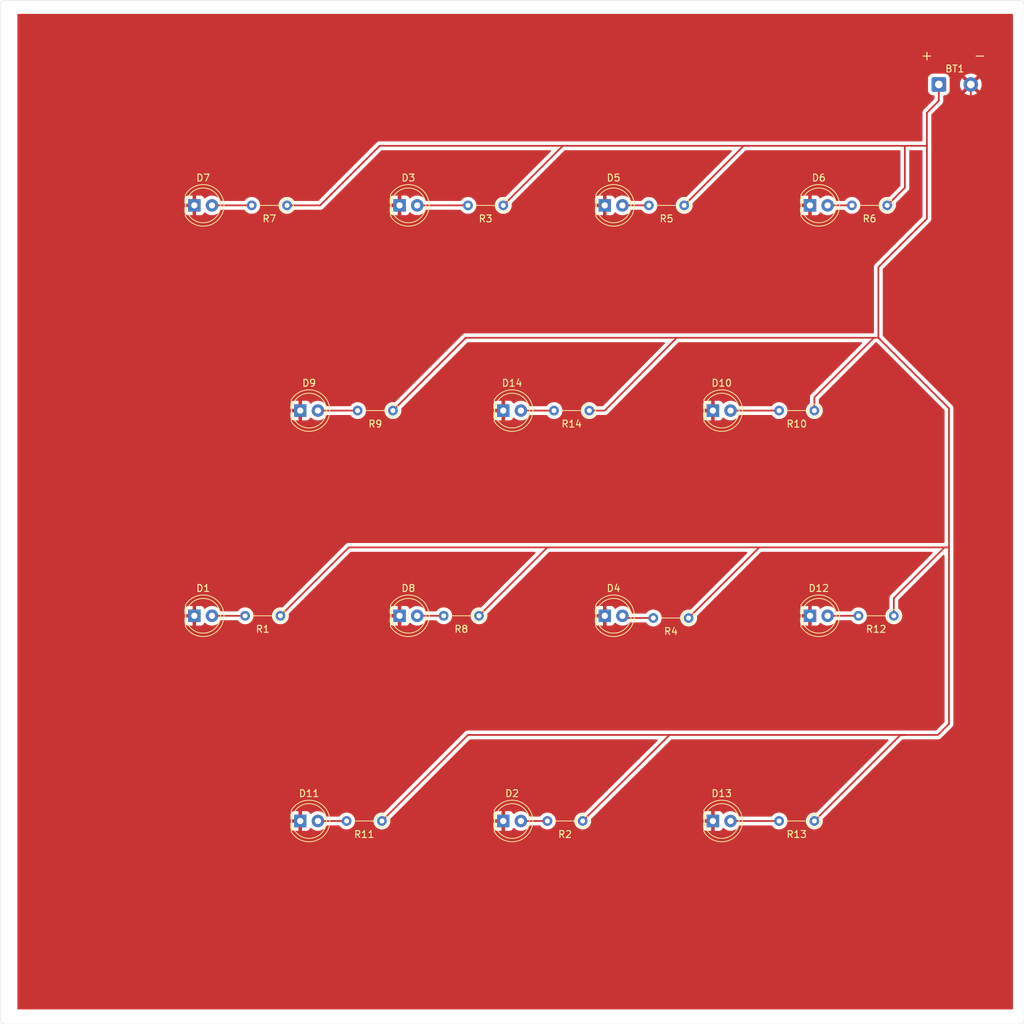
<source format=kicad_pcb>
(kicad_pcb (version 20210108) (generator pcbnew)
  (layers (0 "F.Cu" signal) (31 "B.Cu" signal) (34 "B.Paste" user) (35 "F.Paste" user) (36 "B.SilkS" user "B.Silkscreen") (37 "F.SilkS" user "F.Silkscreen") (38 "B.Mask" user) (39 "F.Mask" user) (44 "Edge.Cuts" user))
  (net 0 "")
  (net 1 "GND")
  (net 2 "+5V")
  (net 3 "Net-(D1-Pad2)")
  (net 4 "Net-(D2-Pad2)")
  (net 5 "Net-(D3-Pad2)")
  (net 6 "Net-(D4-Pad2)")
  (net 7 "Net-(D5-Pad2)")
  (net 8 "Net-(D6-Pad2)")
  (net 9 "Net-(D7-Pad2)")
  (net 10 "Net-(D8-Pad2)")
  (net 11 "Net-(D9-Pad2)")
  (net 12 "Net-(D10-Pad2)")
  (net 13 "Net-(D11-Pad2)")
  (net 14 "Net-(D12-Pad2)")
  (net 15 "Net-(D13-Pad2)")
  (net 16 "Net-(D14-Pad2)")
  (footprint "Resistor_THT:R_Axial_DIN0204_L3.6mm_D1.6mm_P5.08mm_Vertical" (layer "F.Cu") (at 62.23 118.11 180)
    (fp_text reference "R1" (at 2.54 -1.92) (layer "F.SilkS"))
    (fp_text value "24")
    (fp_line (start 0.92 0) (end 4.08 0) (layer "F.SilkS") (width 0.12))
    (fp_circle (center 0 0) (end 0.92 0) (layer "F.SilkS") (width 0.12) (fill none))
    (pad "1" thru_hole circle (at 0 0 180) (size 1.4 1.4) (drill 0.7) (layers *.Cu *.Mask) (net 2 "+5V"))
    (pad "2" thru_hole oval (at 5.08 0 180) (size 1.4 1.4) (drill 0.7) (layers *.Cu *.Mask) (net 3 "Net-(D1-Pad2)"))
  )
  (footprint "Resistor_THT:R_Axial_DIN0204_L3.6mm_D1.6mm_P5.08mm_Vertical" (layer "F.Cu") (at 120.3325 59.055 180)
    (fp_text reference "R5" (at 2.54 -1.92) (layer "F.SilkS"))
    (fp_text value "24")
    (fp_line (start 0.92 0) (end 4.08 0) (layer "F.SilkS") (width 0.12))
    (fp_circle (center 0 0) (end 0.92 0) (layer "F.SilkS") (width 0.12) (fill none))
    (pad "1" thru_hole circle (at 0 0 180) (size 1.4 1.4) (drill 0.7) (layers *.Cu *.Mask) (net 2 "+5V"))
    (pad "2" thru_hole oval (at 5.08 0 180) (size 1.4 1.4) (drill 0.7) (layers *.Cu *.Mask) (net 7 "Net-(D5-Pad2)"))
  )
  (footprint "LED_THT:LED_D5.0mm_Clear" (layer "F.Cu") (at 124.46 147.6375)
    (fp_text reference "D13" (at 1.27 -3.96) (layer "F.SilkS"))
    (fp_text value "LED")
    (fp_line (start -1.29 -1.545) (end -1.29 1.545) (layer "F.SilkS") (width 0.12))
    (fp_arc (start 1.27 0) (end -1.29 1.54483) (angle -148.9) (layer "F.SilkS") (width 0.12))
    (fp_arc (start 1.27 0) (end -1.29 -1.54483) (angle 148.9) (layer "F.SilkS") (width 0.12))
    (fp_circle (center 1.27 0) (end 3.77 0) (layer "F.SilkS") (width 0.12) (fill none))
    (pad "1" thru_hole rect (at 0 0) (size 1.8 1.8) (drill 0.9) (layers *.Cu *.Mask) (net 1 "GND"))
    (pad "2" thru_hole circle (at 2.54 0) (size 1.8 1.8) (drill 0.9) (layers *.Cu *.Mask) (net 15 "Net-(D13-Pad2)"))
  )
  (footprint "Resistor_THT:R_Axial_DIN0204_L3.6mm_D1.6mm_P5.08mm_Vertical" (layer "F.Cu") (at 149.5425 59.055 180)
    (fp_text reference "R6" (at 2.54 -1.92) (layer "F.SilkS"))
    (fp_text value "24")
    (fp_line (start 0.92 0) (end 4.08 0) (layer "F.SilkS") (width 0.12))
    (fp_circle (center 0 0) (end 0.92 0) (layer "F.SilkS") (width 0.12) (fill none))
    (pad "1" thru_hole circle (at 0 0 180) (size 1.4 1.4) (drill 0.7) (layers *.Cu *.Mask) (net 2 "+5V"))
    (pad "2" thru_hole oval (at 5.08 0 180) (size 1.4 1.4) (drill 0.7) (layers *.Cu *.Mask) (net 8 "Net-(D6-Pad2)"))
  )
  (footprint "LED_THT:LED_D5.0mm_Clear" (layer "F.Cu") (at 124.46 88.5825)
    (fp_text reference "D10" (at 1.27 -3.96) (layer "F.SilkS"))
    (fp_text value "LED")
    (fp_line (start -1.29 -1.545) (end -1.29 1.545) (layer "F.SilkS") (width 0.12))
    (fp_arc (start 1.27 0) (end -1.29 1.54483) (angle -148.9) (layer "F.SilkS") (width 0.12))
    (fp_arc (start 1.27 0) (end -1.29 -1.54483) (angle 148.9) (layer "F.SilkS") (width 0.12))
    (fp_circle (center 1.27 0) (end 3.77 0) (layer "F.SilkS") (width 0.12) (fill none))
    (pad "1" thru_hole rect (at 0 0) (size 1.8 1.8) (drill 0.9) (layers *.Cu *.Mask) (net 1 "GND"))
    (pad "2" thru_hole circle (at 2.54 0) (size 1.8 1.8) (drill 0.9) (layers *.Cu *.Mask) (net 12 "Net-(D10-Pad2)"))
  )
  (footprint "LED_THT:LED_D5.0mm_Clear" (layer "F.Cu") (at 94.2975 147.6375)
    (fp_text reference "D2" (at 1.27 -3.96) (layer "F.SilkS"))
    (fp_text value "LED")
    (fp_line (start -1.29 -1.545) (end -1.29 1.545) (layer "F.SilkS") (width 0.12))
    (fp_arc (start 1.27 0) (end -1.29 -1.54483) (angle 148.9) (layer "F.SilkS") (width 0.12))
    (fp_arc (start 1.27 0) (end -1.29 1.54483) (angle -148.9) (layer "F.SilkS") (width 0.12))
    (fp_circle (center 1.27 0) (end 3.77 0) (layer "F.SilkS") (width 0.12) (fill none))
    (pad "1" thru_hole rect (at 0 0) (size 1.8 1.8) (drill 0.9) (layers *.Cu *.Mask) (net 1 "GND"))
    (pad "2" thru_hole circle (at 2.54 0) (size 1.8 1.8) (drill 0.9) (layers *.Cu *.Mask) (net 4 "Net-(D2-Pad2)"))
  )
  (footprint "LED_THT:LED_D5.0mm_Clear" (layer "F.Cu") (at 108.9025 59.055)
    (fp_text reference "D5" (at 1.27 -3.96) (layer "F.SilkS"))
    (fp_text value "LED")
    (fp_line (start -1.29 -1.545) (end -1.29 1.545) (layer "F.SilkS") (width 0.12))
    (fp_arc (start 1.27 0) (end -1.29 1.54483) (angle -148.9) (layer "F.SilkS") (width 0.12))
    (fp_arc (start 1.27 0) (end -1.29 -1.54483) (angle 148.9) (layer "F.SilkS") (width 0.12))
    (fp_circle (center 1.27 0) (end 3.77 0) (layer "F.SilkS") (width 0.12) (fill none))
    (pad "1" thru_hole rect (at 0 0) (size 1.8 1.8) (drill 0.9) (layers *.Cu *.Mask) (net 1 "GND"))
    (pad "2" thru_hole circle (at 2.54 0) (size 1.8 1.8) (drill 0.9) (layers *.Cu *.Mask) (net 7 "Net-(D5-Pad2)"))
  )
  (footprint "Resistor_THT:R_Axial_DIN0204_L3.6mm_D1.6mm_P5.08mm_Vertical" (layer "F.Cu") (at 106.68 88.5825 180)
    (fp_text reference "R14" (at 2.54 -1.92) (layer "F.SilkS"))
    (fp_text value "24")
    (fp_line (start 0.92 0) (end 4.08 0) (layer "F.SilkS") (width 0.12))
    (fp_circle (center 0 0) (end 0.92 0) (layer "F.SilkS") (width 0.12) (fill none))
    (pad "1" thru_hole circle (at 0 0 180) (size 1.4 1.4) (drill 0.7) (layers *.Cu *.Mask) (net 2 "+5V"))
    (pad "2" thru_hole oval (at 5.08 0 180) (size 1.4 1.4) (drill 0.7) (layers *.Cu *.Mask) (net 16 "Net-(D14-Pad2)"))
  )
  (footprint "Resistor_THT:R_Axial_DIN0204_L3.6mm_D1.6mm_P5.08mm_Vertical" (layer "F.Cu") (at 90.805 118.11 180)
    (fp_text reference "R8" (at 2.54 -1.92) (layer "F.SilkS"))
    (fp_text value "24")
    (fp_line (start 0.92 0) (end 4.08 0) (layer "F.SilkS") (width 0.12))
    (fp_circle (center 0 0) (end 0.92 0) (layer "F.SilkS") (width 0.12) (fill none))
    (pad "1" thru_hole circle (at 0 0 180) (size 1.4 1.4) (drill 0.7) (layers *.Cu *.Mask) (net 2 "+5V"))
    (pad "2" thru_hole oval (at 5.08 0 180) (size 1.4 1.4) (drill 0.7) (layers *.Cu *.Mask) (net 10 "Net-(D8-Pad2)"))
  )
  (footprint "LED_THT:LED_D5.0mm_Clear" (layer "F.Cu") (at 65.0875 88.5825)
    (fp_text reference "D9" (at 1.27 -3.96) (layer "F.SilkS"))
    (fp_text value "LED")
    (fp_line (start -1.29 -1.545) (end -1.29 1.545) (layer "F.SilkS") (width 0.12))
    (fp_arc (start 1.27 0) (end -1.29 1.54483) (angle -148.9) (layer "F.SilkS") (width 0.12))
    (fp_arc (start 1.27 0) (end -1.29 -1.54483) (angle 148.9) (layer "F.SilkS") (width 0.12))
    (fp_circle (center 1.27 0) (end 3.77 0) (layer "F.SilkS") (width 0.12) (fill none))
    (pad "1" thru_hole rect (at 0 0) (size 1.8 1.8) (drill 0.9) (layers *.Cu *.Mask) (net 1 "GND"))
    (pad "2" thru_hole circle (at 2.54 0) (size 1.8 1.8) (drill 0.9) (layers *.Cu *.Mask) (net 11 "Net-(D9-Pad2)"))
  )
  (footprint "Resistor_THT:R_Axial_DIN0204_L3.6mm_D1.6mm_P5.08mm_Vertical" (layer "F.Cu") (at 150.495 118.11 180)
    (fp_text reference "R12" (at 2.54 -1.92) (layer "F.SilkS"))
    (fp_text value "24")
    (fp_line (start 0.92 0) (end 4.08 0) (layer "F.SilkS") (width 0.12))
    (fp_circle (center 0 0) (end 0.92 0) (layer "F.SilkS") (width 0.12) (fill none))
    (pad "1" thru_hole circle (at 0 0 180) (size 1.4 1.4) (drill 0.7) (layers *.Cu *.Mask) (net 2 "+5V"))
    (pad "2" thru_hole oval (at 5.08 0 180) (size 1.4 1.4) (drill 0.7) (layers *.Cu *.Mask) (net 14 "Net-(D12-Pad2)"))
  )
  (footprint "LED_THT:LED_D5.0mm_Clear" (layer "F.Cu") (at 108.9025 118.11)
    (fp_text reference "D4" (at 1.27 -3.96) (layer "F.SilkS"))
    (fp_text value "LED")
    (fp_line (start -1.29 -1.545) (end -1.29 1.545) (layer "F.SilkS") (width 0.12))
    (fp_arc (start 1.27 0) (end -1.29 1.54483) (angle -148.9) (layer "F.SilkS") (width 0.12))
    (fp_arc (start 1.27 0) (end -1.29 -1.54483) (angle 148.9) (layer "F.SilkS") (width 0.12))
    (fp_circle (center 1.27 0) (end 3.77 0) (layer "F.SilkS") (width 0.12) (fill none))
    (pad "1" thru_hole rect (at 0 0) (size 1.8 1.8) (drill 0.9) (layers *.Cu *.Mask) (net 1 "GND"))
    (pad "2" thru_hole circle (at 2.54 0) (size 1.8 1.8) (drill 0.9) (layers *.Cu *.Mask) (net 6 "Net-(D4-Pad2)"))
  )
  (footprint "LED_THT:LED_D5.0mm_Clear" (layer "F.Cu") (at 49.8475 118.11)
    (fp_text reference "D1" (at 1.27 -3.96) (layer "F.SilkS"))
    (fp_text value "LED")
    (fp_line (start -1.29 -1.545) (end -1.29 1.545) (layer "F.SilkS") (width 0.12))
    (fp_arc (start 1.27 0) (end -1.29 -1.54483) (angle 148.9) (layer "F.SilkS") (width 0.12))
    (fp_arc (start 1.27 0) (end -1.29 1.54483) (angle -148.9) (layer "F.SilkS") (width 0.12))
    (fp_circle (center 1.27 0) (end 3.77 0) (layer "F.SilkS") (width 0.12) (fill none))
    (pad "1" thru_hole rect (at 0 0) (size 1.8 1.8) (drill 0.9) (layers *.Cu *.Mask) (net 1 "GND"))
    (pad "2" thru_hole circle (at 2.54 0) (size 1.8 1.8) (drill 0.9) (layers *.Cu *.Mask) (net 3 "Net-(D1-Pad2)"))
  )
  (footprint "Resistor_THT:R_Axial_DIN0204_L3.6mm_D1.6mm_P5.08mm_Vertical" (layer "F.Cu") (at 94.2975 59.055 180)
    (fp_text reference "R3" (at 2.54 -1.92) (layer "F.SilkS"))
    (fp_text value "24")
    (fp_line (start 0.92 0) (end 4.08 0) (layer "F.SilkS") (width 0.12))
    (fp_circle (center 0 0) (end 0.92 0) (layer "F.SilkS") (width 0.12) (fill none))
    (pad "1" thru_hole circle (at 0 0 180) (size 1.4 1.4) (drill 0.7) (layers *.Cu *.Mask) (net 2 "+5V"))
    (pad "2" thru_hole oval (at 5.08 0 180) (size 1.4 1.4) (drill 0.7) (layers *.Cu *.Mask) (net 5 "Net-(D3-Pad2)"))
  )
  (footprint "LED_THT:LED_D5.0mm_Clear" (layer "F.Cu") (at 49.8475 59.055)
    (fp_text reference "D7" (at 1.27 -3.96) (layer "F.SilkS"))
    (fp_text value "LED")
    (fp_line (start -1.29 -1.545) (end -1.29 1.545) (layer "F.SilkS") (width 0.12))
    (fp_arc (start 1.27 0) (end -1.29 -1.54483) (angle 148.9) (layer "F.SilkS") (width 0.12))
    (fp_arc (start 1.27 0) (end -1.29 1.54483) (angle -148.9) (layer "F.SilkS") (width 0.12))
    (fp_circle (center 1.27 0) (end 3.77 0) (layer "F.SilkS") (width 0.12) (fill none))
    (pad "1" thru_hole rect (at 0 0) (size 1.8 1.8) (drill 0.9) (layers *.Cu *.Mask) (net 1 "GND"))
    (pad "2" thru_hole circle (at 2.54 0) (size 1.8 1.8) (drill 0.9) (layers *.Cu *.Mask) (net 9 "Net-(D7-Pad2)"))
  )
  (footprint "Resistor_THT:R_Axial_DIN0204_L3.6mm_D1.6mm_P5.08mm_Vertical" (layer "F.Cu") (at 139.065 147.6375 180)
    (fp_text reference "R13" (at 2.54 -1.92) (layer "F.SilkS"))
    (fp_text value "24")
    (fp_line (start 0.92 0) (end 4.08 0) (layer "F.SilkS") (width 0.12))
    (fp_circle (center 0 0) (end 0.92 0) (layer "F.SilkS") (width 0.12) (fill none))
    (pad "1" thru_hole circle (at 0 0 180) (size 1.4 1.4) (drill 0.7) (layers *.Cu *.Mask) (net 2 "+5V"))
    (pad "2" thru_hole oval (at 5.08 0 180) (size 1.4 1.4) (drill 0.7) (layers *.Cu *.Mask) (net 15 "Net-(D13-Pad2)"))
  )
  (footprint "Resistor_THT:R_Axial_DIN0204_L3.6mm_D1.6mm_P5.08mm_Vertical" (layer "F.Cu") (at 63.1825 59.055 180)
    (fp_text reference "R7" (at 2.54 -1.92) (layer "F.SilkS"))
    (fp_text value "24")
    (fp_line (start 0.92 0) (end 4.08 0) (layer "F.SilkS") (width 0.12))
    (fp_circle (center 0 0) (end 0.92 0) (layer "F.SilkS") (width 0.12) (fill none))
    (pad "1" thru_hole circle (at 0 0 180) (size 1.4 1.4) (drill 0.7) (layers *.Cu *.Mask) (net 2 "+5V"))
    (pad "2" thru_hole oval (at 5.08 0 180) (size 1.4 1.4) (drill 0.7) (layers *.Cu *.Mask) (net 9 "Net-(D7-Pad2)"))
  )
  (footprint "LED_THT:LED_D5.0mm_Clear" (layer "F.Cu") (at 94.2975 88.5825)
    (fp_text reference "D14" (at 1.27 -3.96) (layer "F.SilkS"))
    (fp_text value "LED")
    (fp_line (start -1.29 -1.545) (end -1.29 1.545) (layer "F.SilkS") (width 0.12))
    (fp_arc (start 1.27 0) (end -1.29 1.54483) (angle -148.9) (layer "F.SilkS") (width 0.12))
    (fp_arc (start 1.27 0) (end -1.29 -1.54483) (angle 148.9) (layer "F.SilkS") (width 0.12))
    (fp_circle (center 1.27 0) (end 3.77 0) (layer "F.SilkS") (width 0.12) (fill none))
    (pad "1" thru_hole rect (at 0 0) (size 1.8 1.8) (drill 0.9) (layers *.Cu *.Mask) (net 1 "GND"))
    (pad "2" thru_hole circle (at 2.54 0) (size 1.8 1.8) (drill 0.9) (layers *.Cu *.Mask) (net 16 "Net-(D14-Pad2)"))
  )
  (footprint "Resistor_THT:R_Axial_DIN0204_L3.6mm_D1.6mm_P5.08mm_Vertical" (layer "F.Cu") (at 120.9675 118.4275 180)
    (fp_text reference "R4" (at 2.54 -1.92) (layer "F.SilkS"))
    (fp_text value "24")
    (fp_line (start 0.92 0) (end 4.08 0) (layer "F.SilkS") (width 0.12))
    (fp_circle (center 0 0) (end 0.92 0) (layer "F.SilkS") (width 0.12) (fill none))
    (pad "1" thru_hole circle (at 0 0 180) (size 1.4 1.4) (drill 0.7) (layers *.Cu *.Mask) (net 2 "+5V"))
    (pad "2" thru_hole oval (at 5.08 0 180) (size 1.4 1.4) (drill 0.7) (layers *.Cu *.Mask) (net 6 "Net-(D4-Pad2)"))
  )
  (footprint "LED_THT:LED_D5.0mm_Clear" (layer "F.Cu") (at 138.43 59.055)
    (fp_text reference "D6" (at 1.27 -3.96) (layer "F.SilkS"))
    (fp_text value "LED")
    (fp_line (start -1.29 -1.545) (end -1.29 1.545) (layer "F.SilkS") (width 0.12))
    (fp_arc (start 1.27 0) (end -1.29 -1.54483) (angle 148.9) (layer "F.SilkS") (width 0.12))
    (fp_arc (start 1.27 0) (end -1.29 1.54483) (angle -148.9) (layer "F.SilkS") (width 0.12))
    (fp_circle (center 1.27 0) (end 3.77 0) (layer "F.SilkS") (width 0.12) (fill none))
    (pad "1" thru_hole rect (at 0 0) (size 1.8 1.8) (drill 0.9) (layers *.Cu *.Mask) (net 1 "GND"))
    (pad "2" thru_hole circle (at 2.54 0) (size 1.8 1.8) (drill 0.9) (layers *.Cu *.Mask) (net 8 "Net-(D6-Pad2)"))
  )
  (footprint "Resistor_THT:R_Axial_DIN0204_L3.6mm_D1.6mm_P5.08mm_Vertical" (layer "F.Cu") (at 105.7275 147.6375 180)
    (fp_text reference "R2" (at 2.54 -1.92) (layer "F.SilkS"))
    (fp_text value "24")
    (fp_line (start 0.92 0) (end 4.08 0) (layer "F.SilkS") (width 0.12))
    (fp_circle (center 0 0) (end 0.92 0) (layer "F.SilkS") (width 0.12) (fill none))
    (pad "1" thru_hole circle (at 0 0 180) (size 1.4 1.4) (drill 0.7) (layers *.Cu *.Mask) (net 2 "+5V"))
    (pad "2" thru_hole oval (at 5.08 0 180) (size 1.4 1.4) (drill 0.7) (layers *.Cu *.Mask) (net 4 "Net-(D2-Pad2)"))
  )
  (footprint "LED_THT:LED_D5.0mm_Clear" (layer "F.Cu") (at 65.0875 147.6375)
    (fp_text reference "D11" (at 1.27 -3.96) (layer "F.SilkS"))
    (fp_text value "LED")
    (fp_line (start -1.29 -1.545) (end -1.29 1.545) (layer "F.SilkS") (width 0.12))
    (fp_arc (start 1.27 0) (end -1.29 -1.54483) (angle 148.9) (layer "F.SilkS") (width 0.12))
    (fp_arc (start 1.27 0) (end -1.29 1.54483) (angle -148.9) (layer "F.SilkS") (width 0.12))
    (fp_circle (center 1.27 0) (end 3.77 0) (layer "F.SilkS") (width 0.12) (fill none))
    (pad "1" thru_hole rect (at 0 0) (size 1.8 1.8) (drill 0.9) (layers *.Cu *.Mask) (net 1 "GND"))
    (pad "2" thru_hole circle (at 2.54 0) (size 1.8 1.8) (drill 0.9) (layers *.Cu *.Mask) (net 13 "Net-(D11-Pad2)"))
  )
  (footprint "Resistor_THT:R_Axial_DIN0204_L3.6mm_D1.6mm_P5.08mm_Vertical" (layer "F.Cu") (at 139.065 88.5825 180)
    (fp_text reference "R10" (at 2.54 -1.92) (layer "F.SilkS"))
    (fp_text value "24")
    (fp_line (start 0.92 0) (end 4.08 0) (layer "F.SilkS") (width 0.12))
    (fp_circle (center 0 0) (end 0.92 0) (layer "F.SilkS") (width 0.12) (fill none))
    (pad "1" thru_hole circle (at 0 0 180) (size 1.4 1.4) (drill 0.7) (layers *.Cu *.Mask) (net 2 "+5V"))
    (pad "2" thru_hole oval (at 5.08 0 180) (size 1.4 1.4) (drill 0.7) (layers *.Cu *.Mask) (net 12 "Net-(D10-Pad2)"))
  )
  (footprint "LED_THT:LED_D5.0mm_Clear" (layer "F.Cu") (at 138.43 118.11)
    (fp_text reference "D12" (at 1.27 -3.96) (layer "F.SilkS"))
    (fp_text value "LED")
    (fp_line (start -1.29 -1.545) (end -1.29 1.545) (layer "F.SilkS") (width 0.12))
    (fp_arc (start 1.27 0) (end -1.29 -1.54483) (angle 148.9) (layer "F.SilkS") (width 0.12))
    (fp_arc (start 1.27 0) (end -1.29 1.54483) (angle -148.9) (layer "F.SilkS") (width 0.12))
    (fp_circle (center 1.27 0) (end 3.77 0) (layer "F.SilkS") (width 0.12) (fill none))
    (pad "1" thru_hole rect (at 0 0) (size 1.8 1.8) (drill 0.9) (layers *.Cu *.Mask) (net 1 "GND"))
    (pad "2" thru_hole circle (at 2.54 0) (size 1.8 1.8) (drill 0.9) (layers *.Cu *.Mask) (net 14 "Net-(D12-Pad2)"))
  )
  (footprint "LED_THT:LED_D5.0mm_Clear" (layer "F.Cu") (at 79.375 118.11)
    (fp_text reference "D8" (at 1.27 -3.96) (layer "F.SilkS"))
    (fp_text value "LED")
    (fp_line (start -1.29 -1.545) (end -1.29 1.545) (layer "F.SilkS") (width 0.12))
    (fp_arc (start 1.27 0) (end -1.29 1.54483) (angle -148.9) (layer "F.SilkS") (width 0.12))
    (fp_arc (start 1.27 0) (end -1.29 -1.54483) (angle 148.9) (layer "F.SilkS") (width 0.12))
    (fp_circle (center 1.27 0) (end 3.77 0) (layer "F.SilkS") (width 0.12) (fill none))
    (pad "1" thru_hole rect (at 0 0) (size 1.8 1.8) (drill 0.9) (layers *.Cu *.Mask) (net 1 "GND"))
    (pad "2" thru_hole circle (at 2.54 0) (size 1.8 1.8) (drill 0.9) (layers *.Cu *.Mask) (net 10 "Net-(D8-Pad2)"))
  )
  (footprint "LED_THT:LED_D5.0mm_Clear" (layer "F.Cu") (at 79.375 59.055)
    (fp_text reference "D3" (at 1.27 -3.96) (layer "F.SilkS"))
    (fp_text value "LED")
    (fp_line (start -1.29 -1.545) (end -1.29 1.545) (layer "F.SilkS") (width 0.12))
    (fp_arc (start 1.27 0) (end -1.29 -1.54483) (angle 148.9) (layer "F.SilkS") (width 0.12))
    (fp_arc (start 1.27 0) (end -1.29 1.54483) (angle -148.9) (layer "F.SilkS") (width 0.12))
    (fp_circle (center 1.27 0) (end 3.77 0) (layer "F.SilkS") (width 0.12) (fill none))
    (pad "1" thru_hole rect (at 0 0) (size 1.8 1.8) (drill 0.9) (layers *.Cu *.Mask) (net 1 "GND"))
    (pad "2" thru_hole circle (at 2.54 0) (size 1.8 1.8) (drill 0.9) (layers *.Cu *.Mask) (net 5 "Net-(D3-Pad2)"))
  )
  (footprint "Resistor_THT:R_Axial_DIN0204_L3.6mm_D1.6mm_P5.08mm_Vertical" (layer "F.Cu") (at 78.4225 88.5825 180)
    (fp_text reference "R9" (at 2.54 -1.92) (layer "F.SilkS"))
    (fp_text value "24")
    (fp_line (start 0.92 0) (end 4.08 0) (layer "F.SilkS") (width 0.12))
    (fp_circle (center 0 0) (end 0.92 0) (layer "F.SilkS") (width 0.12) (fill none))
    (pad "1" thru_hole circle (at 0 0 180) (size 1.4 1.4) (drill 0.7) (layers *.Cu *.Mask) (net 2 "+5V"))
    (pad "2" thru_hole oval (at 5.08 0 180) (size 1.4 1.4) (drill 0.7) (layers *.Cu *.Mask) (net 11 "Net-(D9-Pad2)"))
  )
  (footprint "Connector_Wire:SolderWire-0.5sqmm_1x02_P4.6mm_D0.9mm_OD2.1mm" (layer "F.Cu") (at 156.972 41.656)
    (fp_text reference "BT1" (at 2.3 -2.25) (layer "F.SilkS"))
    (fp_text value "Battery_Cell")
    (pad "1" thru_hole roundrect (at 0 0) (size 2.1 2.1) (drill 1.1) (layers *.Cu *.Mask) (roundrect_rratio 0.119048) (net 2 "+5V"))
    (pad "2" thru_hole circle (at 4.6 0) (size 2.1 2.1) (drill 1.1) (layers *.Cu *.Mask) (net 1 "GND"))
  )
  (footprint "Resistor_THT:R_Axial_DIN0204_L3.6mm_D1.6mm_P5.08mm_Vertical" (layer "F.Cu") (at 76.835 147.6375 180)
    (fp_text reference "R11" (at 2.54 -1.92) (layer "F.SilkS"))
    (fp_text value "24")
    (fp_line (start 0.92 0) (end 4.08 0) (layer "F.SilkS") (width 0.12))
    (fp_circle (center 0 0) (end 0.92 0) (layer "F.SilkS") (width 0.12) (fill none))
    (pad "1" thru_hole circle (at 0 0 180) (size 1.4 1.4) (drill 0.7) (layers *.Cu *.Mask) (net 2 "+5V"))
    (pad "2" thru_hole oval (at 5.08 0 180) (size 1.4 1.4) (drill 0.7) (layers *.Cu *.Mask) (net 13 "Net-(D11-Pad2)"))
  )
  (gr_line (start 169.2275 30.1625) (end 169.2275 176.2125) (layer "Edge.Cuts") (width 0.05))
  (gr_arc (start 22.5425 30.1625) (end 22.5425 29.5275) (angle -90) (layer "Edge.Cuts") (width 0.05))
  (gr_line (start 22.5425 29.5275) (end 168.5925 29.5275) (layer "Edge.Cuts") (width 0.05))
  (gr_arc (start 168.5925 176.2125) (end 168.5925 176.8475) (angle -90) (layer "Edge.Cuts") (width 0.05))
  (gr_arc (start 22.5425 176.2125) (end 22.5425 176.8475) (angle 90) (layer "Edge.Cuts") (width 0.05))
  (gr_line (start 21.9075 176.2125) (end 21.9075 30.1625) (layer "Edge.Cuts") (width 0.05))
  (gr_arc (start 168.5925 30.1625) (end 169.2275 30.1625) (angle -90) (layer "Edge.Cuts") (width 0.05))
  (gr_line (start 168.5925 176.8475) (end 22.5425 176.8475) (layer "Edge.Cuts") (width 0.05))
  (gr_text "-" (at 162.8775 37.465) (layer "F.SilkS") (effects (font (size 1.4064 1.4064))))
  (gr_text "+" (at 155.2575 37.465) (layer "F.SilkS") (effects (font (size 1.4064 1.4064))))
  (segment (start 161.572 41.656) (end 161.572 44.097) (width 0.25) (layer "F.Cu") (net 1))
  (segment (start 79.375 118.11) (end 79.375 122.555) (width 0.25) (layer "F.Cu") (net 1))
  (segment (start 108.9025 88.5825) (end 119.253 78.105) (width 0.25) (layer "F.Cu") (net 2))
  (segment (start 151.765 135.255) (end 152.0825 135.255) (width 0.25) (layer "F.Cu") (net 2))
  (segment (start 94.2975 59.055) (end 102.87 50.4825) (width 0.25) (layer "F.Cu") (net 2))
  (segment (start 148.2725 78.105) (end 147.6375 78.105) (width 0.25) (layer "F.Cu") (net 2))
  (segment (start 62.23 118.11) (end 72.0725 108.2675) (width 0.25) (layer "F.Cu") (net 2))
  (segment (start 156.972 44.0055) (end 155.2575 45.72) (width 0.25) (layer "F.Cu") (net 2))
  (segment (start 139.065 88.5825) (end 139.065 86.6775) (width 0.25) (layer "F.Cu") (net 2))
  (segment (start 120.9675 118.4275) (end 131.1275 108.2675) (width 0.25) (layer "F.Cu") (net 2))
  (segment (start 156.972 41.656) (end 156.972 44.0055) (width 0.25) (layer "F.Cu") (net 2))
  (segment (start 63.1825 59.055) (end 67.945 59.055) (width 0.25) (layer "F.Cu") (net 2))
  (segment (start 76.835 147.6375) (end 89.2175 135.255) (width 0.25) (layer "F.Cu") (net 2))
  (segment (start 100.965 108.2675) (end 131.1275 108.2675) (width 0.25) (layer "F.Cu") (net 2))
  (segment (start 120.3325 59.055) (end 128.905 50.4825) (width 0.25) (layer "F.Cu") (net 2))
  (segment (start 90.805 118.11) (end 100.6475 108.2675) (width 0.25) (layer "F.Cu") (net 2))
  (segment (start 148.2725 67.945) (end 155.2575 60.96) (width 0.25) (layer "F.Cu") (net 2))
  (segment (start 106.68 88.5825) (end 108.9025 88.5825) (width 0.25) (layer "F.Cu") (net 2))
  (segment (start 152.0825 56.515) (end 152.0825 50.4825) (width 0.25) (layer "F.Cu") (net 2))
  (segment (start 139.065 86.6775) (end 147.6375 78.105) (width 0.25) (layer "F.Cu") (net 2))
  (segment (start 158.4325 133.6675) (end 158.4325 88.265) (width 0.25) (layer "F.Cu") (net 2))
  (segment (start 150.495 115.57) (end 157.7975 108.2675) (width 0.25) (layer "F.Cu") (net 2))
  (segment (start 149.5425 59.055) (end 150.178924 59.055) (width 0.25) (layer "F.Cu") (net 2))
  (segment (start 128.905 50.4825) (end 129.54 50.4825) (width 0.25) (layer "F.Cu") (net 2))
  (segment (start 67.945 59.055) (end 76.5175 50.4825) (width 0.25) (layer "F.Cu") (net 2))
  (segment (start 78.4225 88.5825) (end 88.9 78.105) (width 0.25) (layer "F.Cu") (net 2))
  (segment (start 155.2575 50.4825) (end 155.2575 45.72) (width 0.25) (layer "F.Cu") (net 2))
  (segment (start 151.4475 135.255) (end 151.765 135.255) (width 0.25) (layer "F.Cu") (net 2))
  (segment (start 156.845 135.255) (end 158.4325 133.6675) (width 0.25) (layer "F.Cu") (net 2))
  (segment (start 100.6475 108.2675) (end 100.965 108.2675) (width 0.25) (layer "F.Cu") (net 2))
  (segment (start 88.9 78.105) (end 147.6375 78.105) (width 0.25) (layer "F.Cu") (net 2))
  (segment (start 102.87 50.4825) (end 129.54 50.4825) (width 0.25) (layer "F.Cu") (net 2))
  (segment (start 151.765 135.255) (end 156.845 135.255) (width 0.25) (layer "F.Cu") (net 2))
  (segment (start 131.1275 108.2675) (end 157.7975 108.2675) (width 0.25) (layer "F.Cu") (net 2))
  (segment (start 149.5425 59.055) (end 152.0825 56.515) (width 0.25) (layer "F.Cu") (net 2))
  (segment (start 155.2575 60.96) (end 155.2575 50.4825) (width 0.25) (layer "F.Cu") (net 2))
  (segment (start 155.2575 50.4825) (end 129.54 50.4825) (width 0.25) (layer "F.Cu") (net 2))
  (segment (start 139.065 147.6375) (end 151.4475 135.255) (width 0.25) (layer "F.Cu") (net 2))
  (segment (start 89.2175 135.255) (end 151.765 135.255) (width 0.25) (layer "F.Cu") (net 2))
  (segment (start 158.4325 88.265) (end 148.2725 78.105) (width 0.25) (layer "F.Cu") (net 2))
  (segment (start 76.5175 50.4825) (end 102.87 50.4825) (width 0.25) (layer "F.Cu") (net 2))
  (segment (start 157.7975 108.2675) (end 158.4325 108.2675) (width 0.25) (layer "F.Cu") (net 2))
  (segment (start 148.2725 78.105) (end 148.2725 67.945) (width 0.25) (layer "F.Cu") (net 2))
  (segment (start 150.495 118.11) (end 150.495 115.57) (width 0.25) (layer "F.Cu") (net 2))
  (segment (start 72.0725 108.2675) (end 100.965 108.2675) (width 0.25) (layer "F.Cu") (net 2))
  (segment (start 105.7275 147.6375) (end 118.237 135.255) (width 0.25) (layer "F.Cu") (net 2))
  (segment (start 57.15 118.11) (end 52.3875 118.11) (width 0.25) (layer "F.Cu") (net 3))
  (segment (start 100.6475 147.6375) (end 96.8375 147.6375) (width 0.25) (layer "F.Cu") (net 4))
  (segment (start 89.2175 59.055) (end 81.915 59.055) (width 0.25) (layer "F.Cu") (net 5))
  (segment (start 115.8875 118.4275) (end 111.76 118.4275) (width 0.25) (layer "F.Cu") (net 6))
  (segment (start 111.76 118.4275) (end 111.4425 118.11) (width 0.25) (layer "F.Cu") (net 6))
  (segment (start 115.2525 59.055) (end 111.4425 59.055) (width 0.25) (layer "F.Cu") (net 7))
  (segment (start 140.97 59.055) (end 141.605 59.055) (width 0.25) (layer "F.Cu") (net 8))
  (segment (start 144.4625 59.055) (end 140.97 59.055) (width 0.25) (layer "F.Cu") (net 8))
  (segment (start 58.1025 59.055) (end 52.3875 59.055) (width 0.25) (layer "F.Cu") (net 9))
  (segment (start 85.725 118.11) (end 81.915 118.11) (width 0.25) (layer "F.Cu") (net 10))
  (segment (start 73.3425 88.5825) (end 67.6275 88.5825) (width 0.25) (layer "F.Cu") (net 11))
  (segment (start 127 88.5825) (end 133.985 88.5825) (width 0.25) (layer "F.Cu") (net 12))
  (segment (start 71.755 147.6375) (end 67.6275 147.6375) (width 0.25) (layer "F.Cu") (net 13))
  (segment (start 145.415 118.11) (end 140.97 118.11) (width 0.25) (layer "F.Cu") (net 14))
  (segment (start 127 147.6375) (end 133.985 147.6375) (width 0.25) (layer "F.Cu") (net 15))
  (segment (start 96.8375 88.5825) (end 101.6 88.5825) (width 0.25) (layer "F.Cu") (net 16))
  (zone (net 1) (net_name "GND") (layer "F.Cu") (connect_pads (clearance 0.508)) (min_thickness 0.254) (fill yes (thermal_gap 0.508) (thermal_bridge_width 0.508))
    (polygon (pts (xy 167.64 174.752) (xy 24.384 174.752) (xy 24.384 31.496) (xy 167.64 31.496)))
  )
)
</source>
